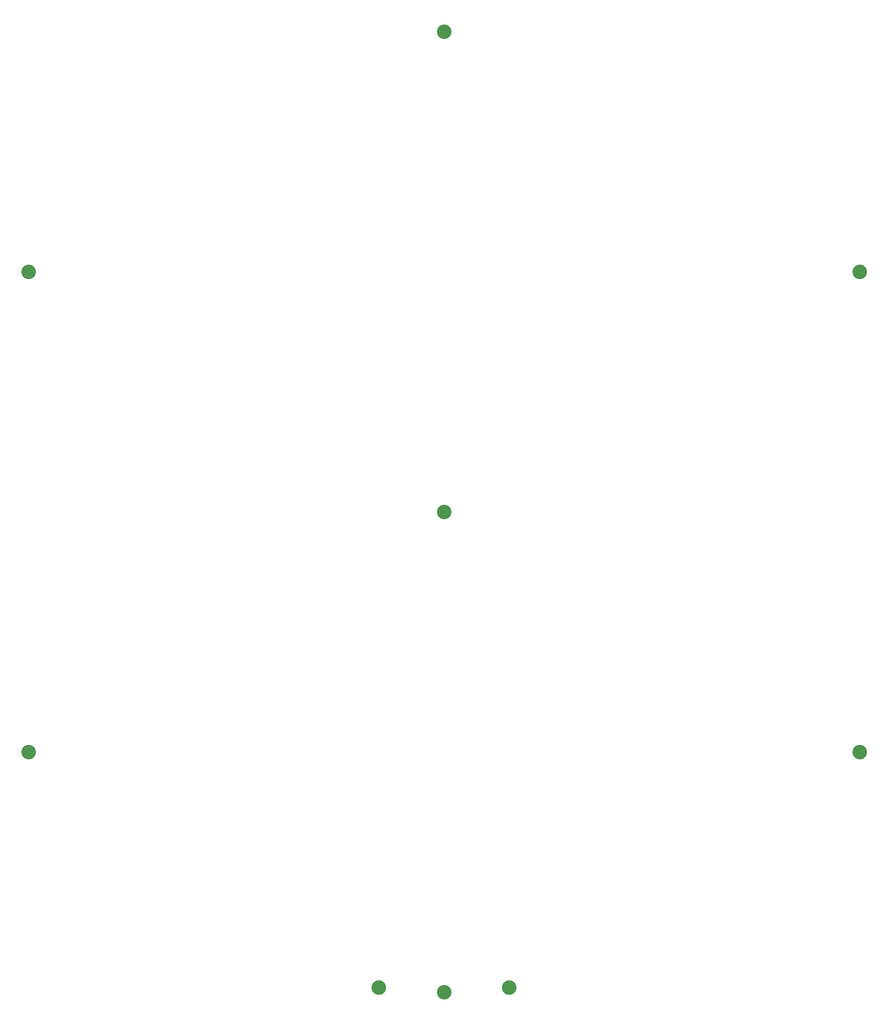
<source format=gbr>
G04 DipTrace 2.3.1.0*
%INTopMask.gbr*%
%MOIN*%
%ADD27C,0.126*%
%FSLAX44Y44*%
G04*
G70*
G90*
G75*
G01*
%LNTopMask*%
%LPD*%
D27*
X47244Y88587D3*
X11444Y67917D3*
X83044D3*
Y26577D3*
X11444D3*
X47244Y5907D3*
Y47247D3*
X41614Y6317D3*
X52874D3*
M02*

</source>
